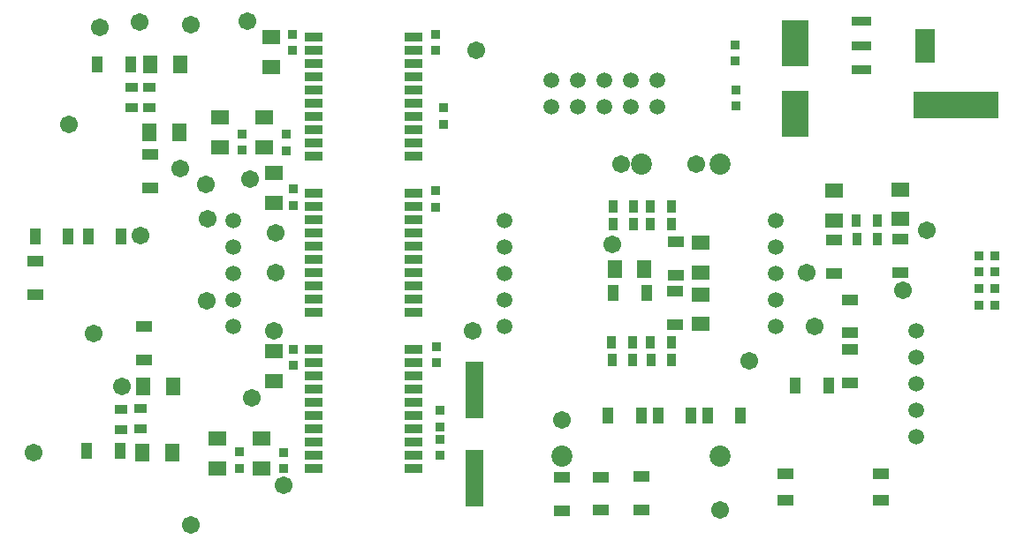
<source format=gbr>
%TF.GenerationSoftware,Altium Limited,Altium Designer,21.6.4 (81)*%
G04 Layer_Color=8388736*
%FSLAX43Y43*%
%MOMM*%
%TF.SameCoordinates,F87848A5-9C76-4C60-8026-6C1C3CCCB256*%
%TF.FilePolarity,Negative*%
%TF.FileFunction,Soldermask,Top*%
%TF.Part,Single*%
G01*
G75*
%TA.AperFunction,NonConductor*%
%ADD35R,8.204X2.515*%
%TA.AperFunction,SMDPad,CuDef*%
%ADD36R,1.020X1.620*%
%ADD37R,1.620X1.020*%
%ADD38R,2.520X4.470*%
%ADD39R,1.320X1.820*%
%ADD40R,0.870X0.920*%
%ADD41R,1.280X0.830*%
%ADD42R,1.820X1.320*%
%TA.AperFunction,ComponentPad*%
%ADD43C,1.520*%
%ADD44C,2.020*%
%ADD45C,1.703*%
%TA.AperFunction,SMDPad,CuDef*%
%ADD46R,0.830X1.280*%
%ADD47R,0.920X0.870*%
%ADD48R,1.920X0.970*%
%ADD49R,1.920X3.270*%
%ADD50R,1.820X0.820*%
%ADD51R,1.820X5.520*%
D35*
X91742Y41627D02*
D03*
D36*
X71145Y11860D02*
D03*
X67945D02*
D03*
X79603Y14732D02*
D03*
X76403D02*
D03*
X8597Y29005D02*
D03*
X11797D02*
D03*
X66406Y11860D02*
D03*
X63206D02*
D03*
X61603Y11871D02*
D03*
X58403D02*
D03*
X3519Y29005D02*
D03*
X6719D02*
D03*
X58938Y23658D02*
D03*
X62138D02*
D03*
X11648Y8433D02*
D03*
X8448D02*
D03*
X9490Y45575D02*
D03*
X12690D02*
D03*
D37*
X3574Y23465D02*
D03*
Y26665D02*
D03*
X84575Y6270D02*
D03*
X75425Y3730D02*
D03*
X84575D02*
D03*
X75425Y6270D02*
D03*
X61603Y2800D02*
D03*
Y6000D02*
D03*
X54045Y5918D02*
D03*
Y2718D02*
D03*
X57717Y5971D02*
D03*
Y2771D02*
D03*
X86470Y28811D02*
D03*
Y25611D02*
D03*
X13958Y20419D02*
D03*
Y17219D02*
D03*
X80095Y28702D02*
D03*
Y25502D02*
D03*
X14563Y36888D02*
D03*
Y33688D02*
D03*
X64902Y28559D02*
D03*
Y25359D02*
D03*
X64871Y20575D02*
D03*
Y23775D02*
D03*
X81596Y15021D02*
D03*
Y18221D02*
D03*
X81621Y19789D02*
D03*
Y22989D02*
D03*
D38*
X76378Y40790D02*
D03*
Y47590D02*
D03*
D39*
X16738Y14663D02*
D03*
X13888D02*
D03*
X17413Y45534D02*
D03*
X14563D02*
D03*
X17341Y39021D02*
D03*
X14491D02*
D03*
X59068Y25944D02*
D03*
X61918D02*
D03*
X13786Y8287D02*
D03*
X16636D02*
D03*
D40*
X93951Y25625D02*
D03*
X95501D02*
D03*
X93944Y24036D02*
D03*
X95494D02*
D03*
X93967Y22454D02*
D03*
X95517D02*
D03*
X93951Y27203D02*
D03*
X95501D02*
D03*
D41*
X13646Y12574D02*
D03*
Y10574D02*
D03*
X11791Y10488D02*
D03*
Y12488D02*
D03*
X12741Y41374D02*
D03*
Y43374D02*
D03*
X14493D02*
D03*
Y41374D02*
D03*
D42*
X25241Y9620D02*
D03*
Y6770D02*
D03*
X86470Y30709D02*
D03*
Y33559D02*
D03*
X25477Y40449D02*
D03*
Y37599D02*
D03*
X20999Y6796D02*
D03*
Y9646D02*
D03*
X21269Y40472D02*
D03*
Y37622D02*
D03*
X26416Y35113D02*
D03*
Y32263D02*
D03*
X26122Y48153D02*
D03*
Y45303D02*
D03*
X26399Y18011D02*
D03*
Y15161D02*
D03*
X80095Y30582D02*
D03*
Y33432D02*
D03*
X67341Y28462D02*
D03*
Y25612D02*
D03*
X67309Y20649D02*
D03*
Y23499D02*
D03*
D43*
X88000Y20000D02*
D03*
Y17460D02*
D03*
Y14920D02*
D03*
Y12380D02*
D03*
Y9840D02*
D03*
X53000Y44000D02*
D03*
X55540D02*
D03*
X58080D02*
D03*
X60620D02*
D03*
X63160D02*
D03*
X53000Y41460D02*
D03*
X55540D02*
D03*
X58080D02*
D03*
X60620D02*
D03*
X63160D02*
D03*
X22500Y20420D02*
D03*
Y22960D02*
D03*
Y25500D02*
D03*
Y28040D02*
D03*
Y30580D02*
D03*
X48500Y20420D02*
D03*
Y22960D02*
D03*
Y25500D02*
D03*
Y28040D02*
D03*
Y30580D02*
D03*
X74500Y20420D02*
D03*
Y22960D02*
D03*
Y25500D02*
D03*
Y28040D02*
D03*
Y30580D02*
D03*
D44*
X61610Y36000D02*
D03*
X69210D02*
D03*
X54010Y8000D02*
D03*
X69210D02*
D03*
D45*
X13665Y29108D02*
D03*
X17457Y35595D02*
D03*
X20045Y30714D02*
D03*
X86657Y23851D02*
D03*
X77470Y25552D02*
D03*
X9119Y19710D02*
D03*
X20015Y22860D02*
D03*
X54045Y11465D02*
D03*
X59673Y35983D02*
D03*
X13503Y49608D02*
D03*
X6756Y39822D02*
D03*
X9703Y49078D02*
D03*
X18466Y49327D02*
D03*
X24130Y34544D02*
D03*
X19916Y34064D02*
D03*
X88986Y29632D02*
D03*
X71984Y17094D02*
D03*
X58858Y28298D02*
D03*
X26604Y25595D02*
D03*
X26441Y19990D02*
D03*
X45466D02*
D03*
X26619Y29405D02*
D03*
X23890Y49682D02*
D03*
X69210Y2821D02*
D03*
X3353Y8331D02*
D03*
X24302Y13558D02*
D03*
X18440Y1346D02*
D03*
X11862Y14667D02*
D03*
X27349Y5162D02*
D03*
X78220Y20447D02*
D03*
X66903Y36000D02*
D03*
X45796Y46952D02*
D03*
D46*
X64507Y30259D02*
D03*
X62507D02*
D03*
X64549Y17181D02*
D03*
X62549D02*
D03*
X60826D02*
D03*
X58826D02*
D03*
X62498Y18908D02*
D03*
X64498D02*
D03*
X58790D02*
D03*
X60790D02*
D03*
X58884Y31954D02*
D03*
X60884D02*
D03*
X84223Y30581D02*
D03*
X82223D02*
D03*
X82261Y28812D02*
D03*
X84261D02*
D03*
X58884Y30216D02*
D03*
X60884D02*
D03*
X64498Y31954D02*
D03*
X62498D02*
D03*
D47*
X70587Y47409D02*
D03*
Y45859D02*
D03*
X70663Y41592D02*
D03*
Y43142D02*
D03*
X42360Y10796D02*
D03*
Y12346D02*
D03*
X42697Y41370D02*
D03*
Y39820D02*
D03*
X27349Y6791D02*
D03*
Y8341D02*
D03*
X23133Y6801D02*
D03*
Y8351D02*
D03*
X41961Y16929D02*
D03*
Y18479D02*
D03*
X41891Y31864D02*
D03*
Y33414D02*
D03*
Y46903D02*
D03*
Y48453D02*
D03*
X27568Y38844D02*
D03*
Y37294D02*
D03*
X23377Y38869D02*
D03*
Y37319D02*
D03*
X28309Y33590D02*
D03*
Y32040D02*
D03*
X28194Y48453D02*
D03*
Y46903D02*
D03*
X28267Y18225D02*
D03*
Y16675D02*
D03*
X42360Y8026D02*
D03*
Y9576D02*
D03*
D48*
X82675Y49671D02*
D03*
Y47371D02*
D03*
Y45071D02*
D03*
D49*
X88775Y47371D02*
D03*
D50*
X39800Y18215D02*
D03*
Y16945D02*
D03*
Y15675D02*
D03*
Y14405D02*
D03*
Y11865D02*
D03*
Y13135D02*
D03*
Y8055D02*
D03*
Y6785D02*
D03*
Y9325D02*
D03*
Y10595D02*
D03*
X30200Y18215D02*
D03*
Y16945D02*
D03*
Y15675D02*
D03*
Y14405D02*
D03*
Y11865D02*
D03*
Y13135D02*
D03*
Y8055D02*
D03*
Y6785D02*
D03*
Y9325D02*
D03*
Y10595D02*
D03*
X39800Y48215D02*
D03*
Y46945D02*
D03*
Y45675D02*
D03*
Y44405D02*
D03*
Y41865D02*
D03*
Y43135D02*
D03*
Y38055D02*
D03*
Y36785D02*
D03*
Y39325D02*
D03*
Y40595D02*
D03*
X30200Y48215D02*
D03*
Y46945D02*
D03*
Y45675D02*
D03*
Y44405D02*
D03*
Y41865D02*
D03*
Y43135D02*
D03*
Y38055D02*
D03*
Y36785D02*
D03*
Y39325D02*
D03*
Y40595D02*
D03*
Y25595D02*
D03*
Y24325D02*
D03*
Y21785D02*
D03*
Y23055D02*
D03*
Y28135D02*
D03*
Y26865D02*
D03*
Y29405D02*
D03*
Y30675D02*
D03*
Y31945D02*
D03*
Y33215D02*
D03*
X39800Y25595D02*
D03*
Y24325D02*
D03*
Y21785D02*
D03*
Y23055D02*
D03*
Y28135D02*
D03*
Y26865D02*
D03*
Y29405D02*
D03*
Y30675D02*
D03*
Y31945D02*
D03*
Y33215D02*
D03*
D51*
X45644Y14321D02*
D03*
X45644Y5821D02*
D03*
%TF.MD5,1144d669fa2daaa757d151593da651d0*%
M02*

</source>
